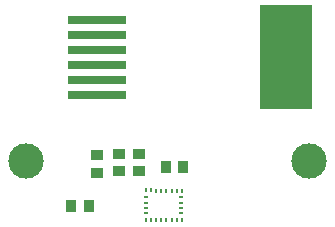
<source format=gts>
G04 #@! TF.FileFunction,Soldermask,Top*
%FSLAX46Y46*%
G04 Gerber Fmt 4.6, Leading zero omitted, Abs format (unit mm)*
G04 Created by KiCad (PCBNEW 4.0.6-e0-6349~53~ubuntu16.04.1) date Sat Jul 29 16:27:28 2017*
%MOMM*%
%LPD*%
G01*
G04 APERTURE LIST*
%ADD10C,0.150000*%
%ADD11R,5.000000X0.760000*%
%ADD12R,4.500000X8.800000*%
%ADD13R,0.250000X0.350000*%
%ADD14R,0.350000X0.250000*%
%ADD15R,0.899160X1.000760*%
%ADD16R,0.900000X1.000000*%
%ADD17R,1.000760X0.899160*%
%ADD18R,1.000000X0.900000*%
%ADD19C,3.000000*%
G04 APERTURE END LIST*
D10*
D11*
X146000000Y-99325000D03*
X146000000Y-101865000D03*
X146000000Y-104405000D03*
X146000000Y-103135000D03*
X146000000Y-105675000D03*
X146000000Y-100595000D03*
D12*
X162050000Y-102500000D03*
D13*
X153205000Y-113775000D03*
X150195000Y-113750000D03*
X153205000Y-116225000D03*
X150195000Y-116225000D03*
X151915000Y-116225000D03*
X152775000Y-116225000D03*
X152345000Y-116225000D03*
X152775000Y-113775000D03*
D14*
X153175000Y-115645000D03*
X153175000Y-115215000D03*
D13*
X151915000Y-113775000D03*
X152345000Y-113775000D03*
X150625000Y-113750000D03*
D14*
X150225000Y-115645000D03*
X150225000Y-114355000D03*
D13*
X151055000Y-113775000D03*
D14*
X150225000Y-114785000D03*
X150225000Y-115215000D03*
X153175000Y-114355000D03*
X153175000Y-114785000D03*
D13*
X151485000Y-113775000D03*
X151055000Y-116225000D03*
X151485000Y-116225000D03*
X150625000Y-116225000D03*
D15*
X153351840Y-111800000D03*
D16*
X151848160Y-111800000D03*
D17*
X149600000Y-112151840D03*
D18*
X149600000Y-110648160D03*
D17*
X146000000Y-110748160D03*
D18*
X146000000Y-112251840D03*
D15*
X143848160Y-115100000D03*
D16*
X145351840Y-115100000D03*
D17*
X147900000Y-112151840D03*
D18*
X147900000Y-110648160D03*
D19*
X140000000Y-111250000D03*
X164000000Y-111250000D03*
M02*

</source>
